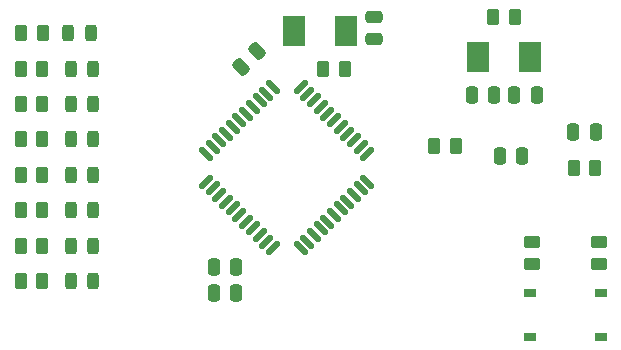
<source format=gbr>
%TF.GenerationSoftware,KiCad,Pcbnew,7.0.9*%
%TF.CreationDate,2023-11-22T23:33:49+00:00*%
%TF.ProjectId,signal_board,7369676e-616c-45f6-926f-6172642e6b69,rev?*%
%TF.SameCoordinates,Original*%
%TF.FileFunction,Paste,Top*%
%TF.FilePolarity,Positive*%
%FSLAX46Y46*%
G04 Gerber Fmt 4.6, Leading zero omitted, Abs format (unit mm)*
G04 Created by KiCad (PCBNEW 7.0.9) date 2023-11-22 23:33:49*
%MOMM*%
%LPD*%
G01*
G04 APERTURE LIST*
G04 Aperture macros list*
%AMRoundRect*
0 Rectangle with rounded corners*
0 $1 Rounding radius*
0 $2 $3 $4 $5 $6 $7 $8 $9 X,Y pos of 4 corners*
0 Add a 4 corners polygon primitive as box body*
4,1,4,$2,$3,$4,$5,$6,$7,$8,$9,$2,$3,0*
0 Add four circle primitives for the rounded corners*
1,1,$1+$1,$2,$3*
1,1,$1+$1,$4,$5*
1,1,$1+$1,$6,$7*
1,1,$1+$1,$8,$9*
0 Add four rect primitives between the rounded corners*
20,1,$1+$1,$2,$3,$4,$5,0*
20,1,$1+$1,$4,$5,$6,$7,0*
20,1,$1+$1,$6,$7,$8,$9,0*
20,1,$1+$1,$8,$9,$2,$3,0*%
G04 Aperture macros list end*
%ADD10R,1.900000X2.500000*%
%ADD11R,1.000000X0.750000*%
%ADD12RoundRect,0.250000X0.262500X0.450000X-0.262500X0.450000X-0.262500X-0.450000X0.262500X-0.450000X0*%
%ADD13RoundRect,0.250000X-0.262500X-0.450000X0.262500X-0.450000X0.262500X0.450000X-0.262500X0.450000X0*%
%ADD14RoundRect,0.250000X-0.450000X0.262500X-0.450000X-0.262500X0.450000X-0.262500X0.450000X0.262500X0*%
%ADD15RoundRect,0.243750X-0.243750X-0.456250X0.243750X-0.456250X0.243750X0.456250X-0.243750X0.456250X0*%
%ADD16RoundRect,0.137500X0.327037X-0.521491X0.521491X-0.327037X-0.327037X0.521491X-0.521491X0.327037X0*%
%ADD17RoundRect,0.137500X-0.327037X-0.521491X0.521491X0.327037X0.327037X0.521491X-0.521491X-0.327037X0*%
%ADD18RoundRect,0.250000X-0.159099X0.512652X-0.512652X0.159099X0.159099X-0.512652X0.512652X-0.159099X0*%
%ADD19RoundRect,0.250000X0.475000X-0.250000X0.475000X0.250000X-0.475000X0.250000X-0.475000X-0.250000X0*%
%ADD20RoundRect,0.250000X-0.250000X-0.475000X0.250000X-0.475000X0.250000X0.475000X-0.250000X0.475000X0*%
%ADD21RoundRect,0.250000X0.250000X0.475000X-0.250000X0.475000X-0.250000X-0.475000X0.250000X-0.475000X0*%
G04 APERTURE END LIST*
D10*
%TO.C,Y2*%
X79400000Y-57600000D03*
X83800000Y-57600000D03*
%TD*%
%TO.C,Y1*%
X99400000Y-59800000D03*
X95000000Y-59800000D03*
%TD*%
D11*
%TO.C,SW1*%
X99400000Y-79800000D03*
X105400000Y-79800000D03*
X99400000Y-83550000D03*
X105400000Y-83550000D03*
%TD*%
D12*
%TO.C,R14*%
X83712500Y-60800000D03*
X81887500Y-60800000D03*
%TD*%
D13*
%TO.C,R13*%
X91287500Y-67400000D03*
X93112500Y-67400000D03*
%TD*%
D12*
%TO.C,R12*%
X98112500Y-56400000D03*
X96287500Y-56400000D03*
%TD*%
D14*
%TO.C,R11*%
X99600000Y-77312500D03*
X99600000Y-75487500D03*
%TD*%
%TO.C,R10*%
X105200000Y-75487500D03*
X105200000Y-77312500D03*
%TD*%
D13*
%TO.C,R9*%
X103087500Y-69200000D03*
X104912500Y-69200000D03*
%TD*%
D12*
%TO.C,R8*%
X56287500Y-78800000D03*
X58112500Y-78800000D03*
%TD*%
%TO.C,R7*%
X58112500Y-75800000D03*
X56287500Y-75800000D03*
%TD*%
%TO.C,R6*%
X56287500Y-72800000D03*
X58112500Y-72800000D03*
%TD*%
%TO.C,R5*%
X58112500Y-69800000D03*
X56287500Y-69800000D03*
%TD*%
%TO.C,R4*%
X58112500Y-66800000D03*
X56287500Y-66800000D03*
%TD*%
%TO.C,R3*%
X58112500Y-63800000D03*
X56287500Y-63800000D03*
%TD*%
%TO.C,R2*%
X56287500Y-60800000D03*
X58112500Y-60800000D03*
%TD*%
%TO.C,R1*%
X56312500Y-57800000D03*
X58137500Y-57800000D03*
%TD*%
D15*
%TO.C,D8*%
X62387500Y-78800000D03*
X60512500Y-78800000D03*
%TD*%
%TO.C,D7*%
X62387500Y-75800000D03*
X60512500Y-75800000D03*
%TD*%
%TO.C,D6*%
X62387500Y-72800000D03*
X60512500Y-72800000D03*
%TD*%
%TO.C,D5*%
X62387500Y-69800000D03*
X60512500Y-69800000D03*
%TD*%
%TO.C,D4*%
X62387500Y-66800000D03*
X60512500Y-66800000D03*
%TD*%
%TO.C,D3*%
X62387500Y-63800000D03*
X60512500Y-63800000D03*
%TD*%
%TO.C,D2*%
X62387500Y-60800000D03*
X60512500Y-60800000D03*
%TD*%
%TO.C,D1*%
X62187500Y-57800000D03*
X60312500Y-57800000D03*
%TD*%
D16*
%TO.C,CHIP1*%
X71967581Y-68024435D03*
X72533266Y-67458750D03*
X73098952Y-66893064D03*
X73664637Y-66327379D03*
X74230322Y-65761693D03*
X74796008Y-65196008D03*
X75361693Y-64630322D03*
X75927379Y-64064637D03*
X76493064Y-63498952D03*
X77058750Y-62933266D03*
X77624435Y-62367581D03*
D17*
X79975565Y-62367581D03*
X80541250Y-62933266D03*
X81106936Y-63498952D03*
X81672621Y-64064637D03*
X82238307Y-64630322D03*
X82803992Y-65196008D03*
X83369678Y-65761693D03*
X83935363Y-66327379D03*
X84501048Y-66893064D03*
X85066734Y-67458750D03*
X85632419Y-68024435D03*
D16*
X85632419Y-70375565D03*
X85066734Y-70941250D03*
X84501048Y-71506936D03*
X83935363Y-72072621D03*
X83369678Y-72638307D03*
X82803992Y-73203992D03*
X82238307Y-73769678D03*
X81672621Y-74335363D03*
X81106936Y-74901048D03*
X80541250Y-75466734D03*
X79975565Y-76032419D03*
D17*
X77624435Y-76032419D03*
X77058750Y-75466734D03*
X76493064Y-74901048D03*
X75927379Y-74335363D03*
X75361693Y-73769678D03*
X74796008Y-73203992D03*
X74230322Y-72638307D03*
X73664637Y-72072621D03*
X73098952Y-71506936D03*
X72533266Y-70941250D03*
X71967581Y-70375565D03*
%TD*%
D18*
%TO.C,C8*%
X76271751Y-59328249D03*
X74928249Y-60671751D03*
%TD*%
D19*
%TO.C,C7*%
X86200000Y-58300000D03*
X86200000Y-56400000D03*
%TD*%
D20*
%TO.C,C6*%
X74500000Y-77600000D03*
X72600000Y-77600000D03*
%TD*%
%TO.C,C5*%
X74500000Y-79800000D03*
X72600000Y-79800000D03*
%TD*%
%TO.C,C4*%
X98050000Y-63000000D03*
X99950000Y-63000000D03*
%TD*%
%TO.C,C3*%
X96850000Y-68200000D03*
X98750000Y-68200000D03*
%TD*%
D21*
%TO.C,C2*%
X104950000Y-66200000D03*
X103050000Y-66200000D03*
%TD*%
D20*
%TO.C,C1*%
X94450000Y-63000000D03*
X96350000Y-63000000D03*
%TD*%
M02*

</source>
